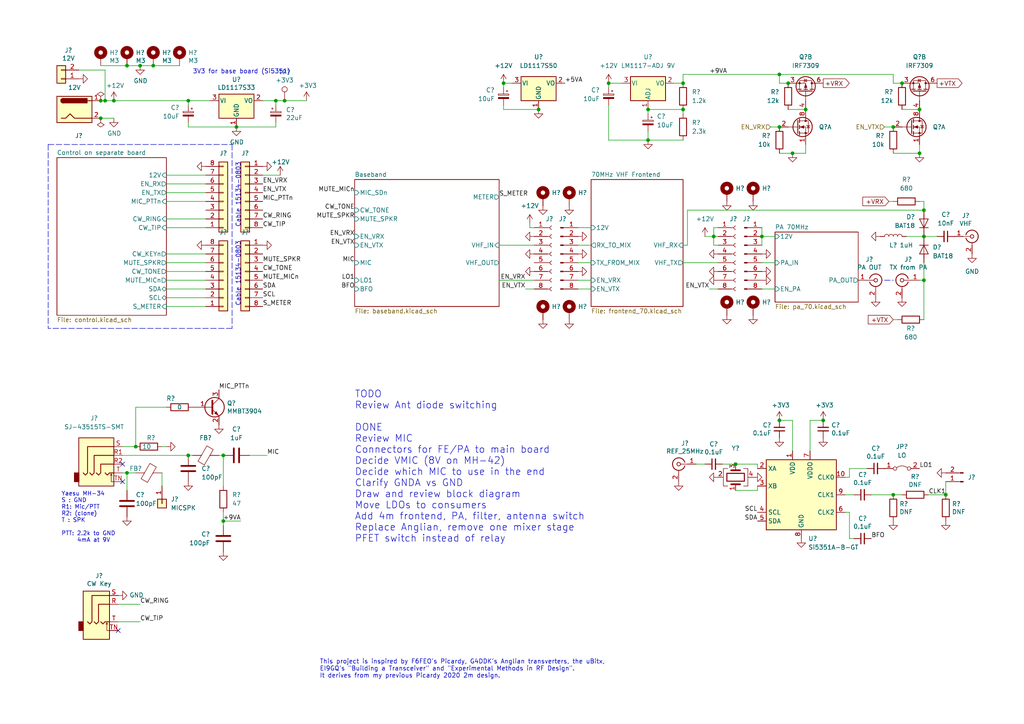
<source format=kicad_sch>
(kicad_sch (version 20211123) (generator eeschema)

  (uuid 7c83c304-769a-4be4-890e-297aba22b5b9)

  (paper "A4")

  (title_block
    (title "DART-70 TRX")
    (date "2023-01-22")
    (rev "0")
    (company "HB9EGM")
    (comment 1 "A 4m Band SSB/CW Transceiver")
  )

  

  (junction (at 29.21 29.21) (diameter 0) (color 0 0 0 0)
    (uuid 0a082e3d-5a37-45bf-9936-1925b33d6b4f)
  )
  (junction (at 228.6 24.13) (diameter 0) (color 0 0 0 0)
    (uuid 0d713598-e0d7-4b64-806d-d27b5ae84128)
  )
  (junction (at 259.08 143.51) (diameter 0) (color 0 0 0 0)
    (uuid 11ea7b85-b26d-4a7d-aaed-956352284452)
  )
  (junction (at 40.64 19.05) (diameter 0) (color 0 0 0 0)
    (uuid 130d74aa-cfde-4c45-8bfe-183aacd4590f)
  )
  (junction (at 266.7 44.45) (diameter 0) (color 0 0 0 0)
    (uuid 1379c036-b3e0-455b-b639-0f5dd015d03b)
  )
  (junction (at 198.12 24.13) (diameter 0) (color 0 0 0 0)
    (uuid 13b9a948-b29a-4475-8f42-f20ed3ed1c6a)
  )
  (junction (at 80.01 29.21) (diameter 0) (color 0 0 0 0)
    (uuid 1c29ab88-8089-4a9f-b0ec-e0493fb70d1a)
  )
  (junction (at 33.02 29.21) (diameter 0) (color 0 0 0 0)
    (uuid 1fa90692-7773-42d6-8ba8-8ed55432226b)
  )
  (junction (at 30.48 29.21) (diameter 0) (color 0 0 0 0)
    (uuid 248900dc-9b0b-4fb0-8b44-20e56324d88d)
  )
  (junction (at 29.21 34.29) (diameter 0) (color 0 0 0 0)
    (uuid 2bb5e7ab-7e6e-4e4b-8997-824caea277e9)
  )
  (junction (at 226.06 36.83) (diameter 0) (color 0 0 0 0)
    (uuid 2c691037-8de1-4537-a0ef-41ed59613839)
  )
  (junction (at 187.96 31.75) (diameter 0) (color 0 0 0 0)
    (uuid 398ec90b-61af-4d36-9539-63397d126e21)
  )
  (junction (at 226.06 121.92) (diameter 0) (color 0 0 0 0)
    (uuid 3c03082b-2981-4df2-bc33-6ce03d4158b2)
  )
  (junction (at 238.76 121.92) (diameter 0) (color 0 0 0 0)
    (uuid 4049e650-6035-45af-a547-48a992b127be)
  )
  (junction (at 198.12 31.75) (diameter 0) (color 0 0 0 0)
    (uuid 4242ccf2-3c4d-4a22-8247-2311c54121ff)
  )
  (junction (at 267.97 68.58) (diameter 0) (color 0 0 0 0)
    (uuid 43df9b13-487d-4795-8053-4ad8b2cbb873)
  )
  (junction (at 226.06 21.59) (diameter 0) (color 0 0 0 0)
    (uuid 4750ee37-26c3-426a-a03a-0a50ee4de791)
  )
  (junction (at 36.83 19.05) (diameter 0) (color 0 0 0 0)
    (uuid 48d3528f-d200-4dbf-87c6-2835721afb0e)
  )
  (junction (at 54.61 29.21) (diameter 0) (color 0 0 0 0)
    (uuid 547281cc-eb15-43de-9560-1b10e39a19ed)
  )
  (junction (at 233.68 31.75) (diameter 0) (color 0 0 0 0)
    (uuid 5591956a-807b-4208-83a4-6327422e118a)
  )
  (junction (at 39.37 129.54) (diameter 0) (color 0 0 0 0)
    (uuid 5cc7d9f6-bcf8-4ce3-a388-e95342b89483)
  )
  (junction (at 259.08 36.83) (diameter 0) (color 0 0 0 0)
    (uuid 906f16af-3f1b-4545-bda0-18ebce89ce96)
  )
  (junction (at 146.05 24.13) (diameter 0) (color 0 0 0 0)
    (uuid 91bb5e66-90e9-4aff-b233-5b8d53e4ad1c)
  )
  (junction (at 267.97 60.96) (diameter 0) (color 0 0 0 0)
    (uuid 97793736-d570-4f2c-8a66-106f7d23b4a8)
  )
  (junction (at 176.53 24.13) (diameter 0) (color 0 0 0 0)
    (uuid a01cdcc4-8ed1-4b36-8702-1b68481a60d9)
  )
  (junction (at 187.96 40.64) (diameter 0) (color 0 0 0 0)
    (uuid a13e5fb2-5800-4421-9e39-63277f01a71d)
  )
  (junction (at 82.55 29.21) (diameter 0) (color 0 0 0 0)
    (uuid a99cd17b-9938-46df-92bb-88378a42ecd6)
  )
  (junction (at 274.32 143.51) (diameter 0) (color 0 0 0 0)
    (uuid a9fed849-c0d2-45ff-802c-7da3e4c52c0a)
  )
  (junction (at 68.58 36.83) (diameter 0) (color 0 0 0 0)
    (uuid b0c265f7-c716-45d5-8397-630db4d2cf65)
  )
  (junction (at 64.77 151.13) (diameter 0) (color 0 0 0 0)
    (uuid b737254e-6fc5-401e-b41d-577a8b632512)
  )
  (junction (at 229.87 44.45) (diameter 0) (color 0 0 0 0)
    (uuid d26d0a63-c69d-4774-9fba-12ed686b99f6)
  )
  (junction (at 44.45 19.05) (diameter 0) (color 0 0 0 0)
    (uuid d4b4dbc7-e763-47b2-a6cb-b5c021db8bcc)
  )
  (junction (at 36.83 137.16) (diameter 0) (color 0 0 0 0)
    (uuid d4c3f5bf-47cb-4030-92b0-bec21d62f389)
  )
  (junction (at 261.62 24.13) (diameter 0) (color 0 0 0 0)
    (uuid d531b677-92b2-4589-8265-ffb9f0a9f471)
  )
  (junction (at 54.61 132.08) (diameter 0) (color 0 0 0 0)
    (uuid d7ecc3d2-2b6e-4e36-92b9-1b58fb257359)
  )
  (junction (at 64.77 132.08) (diameter 0) (color 0 0 0 0)
    (uuid d9abc64c-b691-4ece-b128-4f1d7b31754f)
  )
  (junction (at 267.97 81.28) (diameter 0) (color 0 0 0 0)
    (uuid e2d3e851-e172-407b-bae2-5f89da65f833)
  )
  (junction (at 220.98 68.58) (diameter 0) (color 0 0 0 0)
    (uuid e4e1f9d9-3c4f-40b9-b469-d4aa31f8fa0b)
  )
  (junction (at 266.7 31.75) (diameter 0) (color 0 0 0 0)
    (uuid eeabe6f1-2db7-4eed-bd0c-6e41b390284d)
  )
  (junction (at 156.21 31.75) (diameter 0) (color 0 0 0 0)
    (uuid f74be2ca-c140-4c85-937a-a008e4f4ddb7)
  )
  (junction (at 213.36 134.62) (diameter 0) (color 0 0 0 0)
    (uuid f8c9e2c3-818f-482b-ad48-f9fb56a455b0)
  )
  (junction (at 207.01 68.58) (diameter 0) (color 0 0 0 0)
    (uuid fe103db2-cb49-496f-a97e-9e6a1288beb5)
  )

  (no_connect (at 35.56 139.7) (uuid 891b06d0-7775-40c2-8d16-5452402b91d5))
  (no_connect (at 34.29 182.88) (uuid 9e56fb84-5b0b-47eb-9ee7-e24e7c08829b))
  (no_connect (at 35.56 134.62) (uuid b2135387-8c57-44ac-8ab3-29b54b43f871))

  (polyline (pts (xy 256.54 81.28) (xy 259.08 81.28))
    (stroke (width 0) (type default) (color 0 0 0 0))
    (uuid 0001e022-bec2-4d62-9a4d-7f842d1f79be)
  )

  (wire (pts (xy 29.21 34.29) (xy 33.02 34.29))
    (stroke (width 0) (type default) (color 0 0 0 0))
    (uuid 002154dd-fd21-426e-8f51-d82382197384)
  )
  (wire (pts (xy 64.77 132.08) (xy 64.77 140.97))
    (stroke (width 0) (type default) (color 0 0 0 0))
    (uuid 008a59ee-36fb-4f36-a8b0-5cc99b1e8598)
  )
  (wire (pts (xy 220.98 68.58) (xy 224.79 68.58))
    (stroke (width 0) (type default) (color 0 0 0 0))
    (uuid 01ac92ba-5cd1-46c2-8ba4-cce3dbf5bdfe)
  )
  (wire (pts (xy 246.38 138.43) (xy 245.11 138.43))
    (stroke (width 0) (type default) (color 0 0 0 0))
    (uuid 05f6334e-7131-4999-b788-1681af60d6df)
  )
  (wire (pts (xy 204.47 68.58) (xy 207.01 68.58))
    (stroke (width 0) (type default) (color 0 0 0 0))
    (uuid 083f0ed2-b3a6-4099-9652-454220d86a40)
  )
  (wire (pts (xy 167.64 66.04) (xy 171.45 66.04))
    (stroke (width 0) (type default) (color 0 0 0 0))
    (uuid 087385f5-4257-4376-b1f3-18d9f73513a6)
  )
  (wire (pts (xy 144.78 81.28) (xy 154.94 81.28))
    (stroke (width 0) (type default) (color 0 0 0 0))
    (uuid 093571d4-0ca5-4839-b6c5-46bae251e367)
  )
  (wire (pts (xy 146.05 30.48) (xy 146.05 31.75))
    (stroke (width 0) (type default) (color 0 0 0 0))
    (uuid 0a3a19af-7bfa-4df3-9b73-b98420c4a518)
  )
  (wire (pts (xy 36.83 19.05) (xy 40.64 19.05))
    (stroke (width 0) (type default) (color 0 0 0 0))
    (uuid 0aad0e8d-0747-412b-85ac-039bbac4ff5e)
  )
  (wire (pts (xy 266.7 41.91) (xy 266.7 44.45))
    (stroke (width 0) (type default) (color 0 0 0 0))
    (uuid 0b3a2a48-0270-494e-962a-3658a00a0875)
  )
  (wire (pts (xy 144.78 71.12) (xy 154.94 71.12))
    (stroke (width 0) (type default) (color 0 0 0 0))
    (uuid 0c548c29-4675-455c-b4eb-39554b0e0db8)
  )
  (wire (pts (xy 54.61 29.21) (xy 54.61 30.48))
    (stroke (width 0) (type default) (color 0 0 0 0))
    (uuid 11b5652b-07d3-428f-98d5-c354cf3693b1)
  )
  (wire (pts (xy 267.97 58.42) (xy 266.7 58.42))
    (stroke (width 0) (type default) (color 0 0 0 0))
    (uuid 1365db47-3e50-475d-8b7e-e1db17b616fc)
  )
  (wire (pts (xy 146.05 31.75) (xy 156.21 31.75))
    (stroke (width 0) (type default) (color 0 0 0 0))
    (uuid 160e3a4c-588b-4e79-ac75-f98bf80b7e0b)
  )
  (wire (pts (xy 81.28 50.8) (xy 76.2 50.8))
    (stroke (width 0) (type default) (color 0 0 0 0))
    (uuid 16f4aa89-10b3-4c19-aee2-b110182c6854)
  )
  (wire (pts (xy 80.01 29.21) (xy 82.55 29.21))
    (stroke (width 0) (type default) (color 0 0 0 0))
    (uuid 17ba5b19-2b5b-474e-9c14-1c7d35991587)
  )
  (wire (pts (xy 198.12 31.75) (xy 198.12 33.02))
    (stroke (width 0) (type default) (color 0 0 0 0))
    (uuid 17fc291b-23f9-4de7-9168-978b13dcd03c)
  )
  (wire (pts (xy 220.98 83.82) (xy 224.79 83.82))
    (stroke (width 0) (type default) (color 0 0 0 0))
    (uuid 19a6b424-c553-4be2-9c2f-6b5d041d6f35)
  )
  (wire (pts (xy 48.26 88.9) (xy 59.69 88.9))
    (stroke (width 0) (type default) (color 0 0 0 0))
    (uuid 1de35109-2490-47e3-8be5-ab22f13c6848)
  )
  (wire (pts (xy 48.26 50.8) (xy 59.69 50.8))
    (stroke (width 0) (type default) (color 0 0 0 0))
    (uuid 1ef50cec-8701-41c9-a796-aac175c3bcb1)
  )
  (wire (pts (xy 180.34 24.13) (xy 176.53 24.13))
    (stroke (width 0) (type default) (color 0 0 0 0))
    (uuid 2199bdfc-0462-4363-af5e-16d8e19d600a)
  )
  (wire (pts (xy 207.01 68.58) (xy 207.01 66.04))
    (stroke (width 0) (type default) (color 0 0 0 0))
    (uuid 22dcd381-de7e-4770-b1fc-5b1585b1e01c)
  )
  (wire (pts (xy 152.4 83.82) (xy 154.94 83.82))
    (stroke (width 0) (type default) (color 0 0 0 0))
    (uuid 257ea06f-4fb4-4041-9548-2259364176a6)
  )
  (wire (pts (xy 54.61 29.21) (xy 60.96 29.21))
    (stroke (width 0) (type default) (color 0 0 0 0))
    (uuid 28eca374-9b5c-4480-a1a6-52ddcbb57db2)
  )
  (wire (pts (xy 245.11 143.51) (xy 247.65 143.51))
    (stroke (width 0) (type default) (color 0 0 0 0))
    (uuid 2a86319a-5a94-4745-ad80-6b5c02f72e82)
  )
  (polyline (pts (xy 67.31 41.91) (xy 67.31 95.25))
    (stroke (width 0) (type default) (color 0 0 0 0))
    (uuid 2df6f517-3da3-4761-bd39-ad71c01eb424)
  )

  (wire (pts (xy 205.74 83.82) (xy 208.28 83.82))
    (stroke (width 0) (type default) (color 0 0 0 0))
    (uuid 2e8990ed-fee4-46e0-a5d6-572eb84d7bbe)
  )
  (wire (pts (xy 267.97 81.28) (xy 267.97 92.71))
    (stroke (width 0) (type default) (color 0 0 0 0))
    (uuid 2fc55029-8596-42f8-a5b7-345105f5a387)
  )
  (wire (pts (xy 187.96 40.64) (xy 198.12 40.64))
    (stroke (width 0) (type default) (color 0 0 0 0))
    (uuid 33f01d9a-6abc-40a9-9b6b-d34bddbf731f)
  )
  (wire (pts (xy 256.54 36.83) (xy 259.08 36.83))
    (stroke (width 0) (type default) (color 0 0 0 0))
    (uuid 345987da-5aa5-4c5e-90e1-ddf0086ed5fb)
  )
  (wire (pts (xy 153.67 64.77) (xy 153.67 66.04))
    (stroke (width 0) (type default) (color 0 0 0 0))
    (uuid 3e9b82a4-d9cb-49e4-825f-83213cf846fe)
  )
  (wire (pts (xy 262.89 68.58) (xy 267.97 68.58))
    (stroke (width 0) (type default) (color 0 0 0 0))
    (uuid 3eb66799-e8b0-416b-a9e5-17fd18188e1b)
  )
  (wire (pts (xy 48.26 53.34) (xy 59.69 53.34))
    (stroke (width 0) (type default) (color 0 0 0 0))
    (uuid 3f726201-a2b0-494c-bb67-0bed26cc560f)
  )
  (wire (pts (xy 195.58 24.13) (xy 198.12 24.13))
    (stroke (width 0) (type default) (color 0 0 0 0))
    (uuid 4435e8ff-b63e-4b32-81db-49caa0dd6c5f)
  )
  (wire (pts (xy 48.26 55.88) (xy 59.69 55.88))
    (stroke (width 0) (type default) (color 0 0 0 0))
    (uuid 475d7116-2e26-4a72-942e-766ab472ca0d)
  )
  (wire (pts (xy 198.12 21.59) (xy 198.12 24.13))
    (stroke (width 0) (type default) (color 0 0 0 0))
    (uuid 4c57c394-f97c-4a0b-80d4-0b5157781c3b)
  )
  (wire (pts (xy 199.39 60.96) (xy 267.97 60.96))
    (stroke (width 0) (type default) (color 0 0 0 0))
    (uuid 4cb05072-e4ec-4ace-9793-ec8663b33a48)
  )
  (wire (pts (xy 261.62 31.75) (xy 266.7 31.75))
    (stroke (width 0) (type default) (color 0 0 0 0))
    (uuid 4d5acc98-17ff-4e60-af52-349a1269dddf)
  )
  (wire (pts (xy 220.98 66.04) (xy 220.98 68.58))
    (stroke (width 0) (type default) (color 0 0 0 0))
    (uuid 51ff27b9-f9f9-45f2-b9f3-2b930513405d)
  )
  (wire (pts (xy 167.64 81.28) (xy 171.45 81.28))
    (stroke (width 0) (type default) (color 0 0 0 0))
    (uuid 52d9d6dd-4266-418b-bf9a-446977053e6f)
  )
  (wire (pts (xy 266.7 81.28) (xy 267.97 81.28))
    (stroke (width 0) (type default) (color 0 0 0 0))
    (uuid 566a1dfd-871f-4bc8-98fc-32631eb16c5b)
  )
  (wire (pts (xy 48.26 78.74) (xy 59.69 78.74))
    (stroke (width 0) (type default) (color 0 0 0 0))
    (uuid 56cb3f92-2c0e-42ee-84b9-de64810b5c8d)
  )
  (wire (pts (xy 29.21 19.05) (xy 36.83 19.05))
    (stroke (width 0) (type default) (color 0 0 0 0))
    (uuid 579d81c4-8fa6-40d5-b99a-d160787b45b9)
  )
  (wire (pts (xy 259.08 21.59) (xy 226.06 21.59))
    (stroke (width 0) (type default) (color 0 0 0 0))
    (uuid 5ea05504-bb96-4847-90cf-26cb1afd4244)
  )
  (wire (pts (xy 46.99 137.16) (xy 46.99 140.97))
    (stroke (width 0) (type default) (color 0 0 0 0))
    (uuid 601c5479-68c8-4d7c-bbde-860bd11a7597)
  )
  (wire (pts (xy 33.02 29.21) (xy 54.61 29.21))
    (stroke (width 0) (type default) (color 0 0 0 0))
    (uuid 6465c817-6f2e-4e62-ac9d-f9a1d93df9e1)
  )
  (wire (pts (xy 251.46 135.89) (xy 246.38 135.89))
    (stroke (width 0) (type default) (color 0 0 0 0))
    (uuid 64e90390-0f4c-4cc1-bafa-363ce23516e9)
  )
  (wire (pts (xy 246.38 156.21) (xy 246.38 148.59))
    (stroke (width 0) (type default) (color 0 0 0 0))
    (uuid 65dd0601-a23d-4c5d-b924-966fc498cbfc)
  )
  (wire (pts (xy 259.08 92.71) (xy 260.35 92.71))
    (stroke (width 0) (type default) (color 0 0 0 0))
    (uuid 65fd1318-4897-4656-baf4-cc1aa4efc50e)
  )
  (wire (pts (xy 233.68 44.45) (xy 229.87 44.45))
    (stroke (width 0) (type default) (color 0 0 0 0))
    (uuid 67fd7240-7a2e-4504-8c70-47b3112c634e)
  )
  (wire (pts (xy 246.38 148.59) (xy 245.11 148.59))
    (stroke (width 0) (type default) (color 0 0 0 0))
    (uuid 699bee8c-8bc3-4aa6-b4ed-0aa4d255078a)
  )
  (wire (pts (xy 234.95 121.92) (xy 234.95 130.81))
    (stroke (width 0) (type default) (color 0 0 0 0))
    (uuid 6b09c60c-c53b-47dd-b8b8-94f682cd2086)
  )
  (wire (pts (xy 48.26 81.28) (xy 59.69 81.28))
    (stroke (width 0) (type default) (color 0 0 0 0))
    (uuid 6c2583d2-6254-4856-a6b8-160d5f6a3f99)
  )
  (wire (pts (xy 207.01 71.12) (xy 207.01 68.58))
    (stroke (width 0) (type default) (color 0 0 0 0))
    (uuid 71e59ea6-1d95-41dd-aaff-b947e8d6629b)
  )
  (wire (pts (xy 36.83 137.16) (xy 39.37 137.16))
    (stroke (width 0) (type default) (color 0 0 0 0))
    (uuid 735e33ba-0601-4acb-983d-1656020ec14e)
  )
  (wire (pts (xy 259.08 24.13) (xy 261.62 24.13))
    (stroke (width 0) (type default) (color 0 0 0 0))
    (uuid 73697aae-1f79-401a-bdaa-9ebc2f2340de)
  )
  (wire (pts (xy 146.05 24.13) (xy 146.05 25.4))
    (stroke (width 0) (type default) (color 0 0 0 0))
    (uuid 7471700d-9a5d-406e-b9fc-bdeed49379fa)
  )
  (wire (pts (xy 30.48 29.21) (xy 33.02 29.21))
    (stroke (width 0) (type default) (color 0 0 0 0))
    (uuid 74760d5b-303c-4603-ac2e-6b5209546581)
  )
  (wire (pts (xy 167.64 76.2) (xy 171.45 76.2))
    (stroke (width 0) (type default) (color 0 0 0 0))
    (uuid 7887f659-7796-4d20-b8ec-45fe37db4d3b)
  )
  (wire (pts (xy 22.86 20.32) (xy 30.48 20.32))
    (stroke (width 0) (type default) (color 0 0 0 0))
    (uuid 79aced1b-30d4-4883-86bf-8a38d664736a)
  )
  (wire (pts (xy 252.73 143.51) (xy 259.08 143.51))
    (stroke (width 0) (type default) (color 0 0 0 0))
    (uuid 7d4200e5-e280-4699-af56-048ba84247d3)
  )
  (wire (pts (xy 55.88 132.08) (xy 54.61 132.08))
    (stroke (width 0) (type default) (color 0 0 0 0))
    (uuid 7fcd6903-4017-464e-a708-1e51b67dd39f)
  )
  (wire (pts (xy 259.08 58.42) (xy 257.81 58.42))
    (stroke (width 0) (type default) (color 0 0 0 0))
    (uuid 8025fc94-e615-4b56-8bf2-4787b89136f5)
  )
  (wire (pts (xy 198.12 76.2) (xy 208.28 76.2))
    (stroke (width 0) (type default) (color 0 0 0 0))
    (uuid 80c9eaaa-abb4-4304-825a-1964608b4c6b)
  )
  (wire (pts (xy 153.67 66.04) (xy 154.94 66.04))
    (stroke (width 0) (type default) (color 0 0 0 0))
    (uuid 814385ff-48a3-478a-9a33-47cb468f9486)
  )
  (wire (pts (xy 64.77 151.13) (xy 69.85 151.13))
    (stroke (width 0) (type default) (color 0 0 0 0))
    (uuid 816e41e9-8ef8-4e70-a70f-02175bdc97c4)
  )
  (polyline (pts (xy 13.97 41.91) (xy 13.97 95.25))
    (stroke (width 0) (type default) (color 0 0 0 0))
    (uuid 834eed63-98bc-4692-be8a-6868d5c838d4)
  )

  (wire (pts (xy 48.26 66.04) (xy 59.69 66.04))
    (stroke (width 0) (type default) (color 0 0 0 0))
    (uuid 836458d9-8a3b-4d53-aaf1-9cc6ec2305f2)
  )
  (wire (pts (xy 229.87 44.45) (xy 226.06 44.45))
    (stroke (width 0) (type default) (color 0 0 0 0))
    (uuid 86c60f4b-4421-4865-beff-ed93adca8ac2)
  )
  (wire (pts (xy 48.26 86.36) (xy 59.69 86.36))
    (stroke (width 0) (type default) (color 0 0 0 0))
    (uuid 8c8438c2-dfb5-4131-857c-1ad8997220ea)
  )
  (wire (pts (xy 247.65 156.21) (xy 246.38 156.21))
    (stroke (width 0) (type default) (color 0 0 0 0))
    (uuid 8e0abe23-8e7e-48a9-af11-f26197bd8fbf)
  )
  (wire (pts (xy 176.53 30.48) (xy 176.53 40.64))
    (stroke (width 0) (type default) (color 0 0 0 0))
    (uuid 8f5c2a3a-b2da-434e-8810-9da52a5e413a)
  )
  (wire (pts (xy 64.77 148.59) (xy 64.77 151.13))
    (stroke (width 0) (type default) (color 0 0 0 0))
    (uuid 91c438b1-678d-4a85-be0e-771bfbc58931)
  )
  (wire (pts (xy 228.6 31.75) (xy 233.68 31.75))
    (stroke (width 0) (type default) (color 0 0 0 0))
    (uuid 92dfb53a-5556-47b1-8088-214aebbc803d)
  )
  (wire (pts (xy 207.01 66.04) (xy 208.28 66.04))
    (stroke (width 0) (type default) (color 0 0 0 0))
    (uuid 9991203b-a07d-48db-9b05-ed716414c92f)
  )
  (wire (pts (xy 54.61 35.56) (xy 54.61 36.83))
    (stroke (width 0) (type default) (color 0 0 0 0))
    (uuid 99f8394d-1325-4f0e-9ed0-19dceab6e1f9)
  )
  (wire (pts (xy 238.76 121.92) (xy 234.95 121.92))
    (stroke (width 0) (type default) (color 0 0 0 0))
    (uuid 9d3a7a2b-8bae-4d82-8634-16a99f57e389)
  )
  (wire (pts (xy 223.52 36.83) (xy 226.06 36.83))
    (stroke (width 0) (type default) (color 0 0 0 0))
    (uuid a057c374-c462-4764-bd16-2c00eef92afa)
  )
  (wire (pts (xy 34.29 175.26) (xy 40.64 175.26))
    (stroke (width 0) (type default) (color 0 0 0 0))
    (uuid a1abde39-78d5-402d-bb1c-75243c61d29b)
  )
  (wire (pts (xy 48.26 58.42) (xy 59.69 58.42))
    (stroke (width 0) (type default) (color 0 0 0 0))
    (uuid a2c10dec-c0b0-471a-b75e-c1a8452900c1)
  )
  (wire (pts (xy 220.98 68.58) (xy 220.98 71.12))
    (stroke (width 0) (type default) (color 0 0 0 0))
    (uuid a40b6a6f-dc57-45f8-9beb-e6dbac2dd670)
  )
  (wire (pts (xy 63.5 132.08) (xy 64.77 132.08))
    (stroke (width 0) (type default) (color 0 0 0 0))
    (uuid a5f4f26e-4b82-496f-b7bb-4ed4211f8100)
  )
  (wire (pts (xy 54.61 36.83) (xy 68.58 36.83))
    (stroke (width 0) (type default) (color 0 0 0 0))
    (uuid a69bb6f5-978b-49bb-9446-4ec9cfe4501e)
  )
  (wire (pts (xy 259.08 21.59) (xy 259.08 24.13))
    (stroke (width 0) (type default) (color 0 0 0 0))
    (uuid a7349b87-3477-4ba5-bc62-3587f94ab817)
  )
  (wire (pts (xy 267.97 58.42) (xy 267.97 60.96))
    (stroke (width 0) (type default) (color 0 0 0 0))
    (uuid a8465ca8-68f9-4eee-904b-5bbfa483a6ff)
  )
  (wire (pts (xy 36.83 142.24) (xy 36.83 137.16))
    (stroke (width 0) (type default) (color 0 0 0 0))
    (uuid a8d341ec-3332-4d82-8a1f-e52e32f564f1)
  )
  (wire (pts (xy 88.9 29.21) (xy 82.55 29.21))
    (stroke (width 0) (type default) (color 0 0 0 0))
    (uuid a93dd5f3-ded3-42da-9f3d-78740a5a5bff)
  )
  (wire (pts (xy 48.26 83.82) (xy 59.69 83.82))
    (stroke (width 0) (type default) (color 0 0 0 0))
    (uuid ac0ae1b6-d482-4675-aec8-4c2f8c7318db)
  )
  (wire (pts (xy 226.06 21.59) (xy 198.12 21.59))
    (stroke (width 0) (type default) (color 0 0 0 0))
    (uuid ad76707e-1f2e-4941-86a0-50951acd24bc)
  )
  (wire (pts (xy 176.53 40.64) (xy 187.96 40.64))
    (stroke (width 0) (type default) (color 0 0 0 0))
    (uuid aed0a299-8aa6-4a50-b993-c38efe5fdd7a)
  )
  (wire (pts (xy 176.53 24.13) (xy 176.53 25.4))
    (stroke (width 0) (type default) (color 0 0 0 0))
    (uuid b1ea2466-2371-4b96-9289-6c42e0f0b899)
  )
  (wire (pts (xy 208.28 68.58) (xy 207.01 68.58))
    (stroke (width 0) (type default) (color 0 0 0 0))
    (uuid b2567046-fd9d-4b4e-9692-c6e5bb919428)
  )
  (polyline (pts (xy 13.97 41.91) (xy 67.31 41.91))
    (stroke (width 0) (type default) (color 0 0 0 0))
    (uuid b3f67849-c79e-4262-b803-d461d1887604)
  )
  (polyline (pts (xy 67.31 95.25) (xy 13.97 95.25))
    (stroke (width 0) (type default) (color 0 0 0 0))
    (uuid b415a656-e3e5-4629-aa6c-6a23a847c576)
  )

  (wire (pts (xy 266.7 44.45) (xy 259.08 44.45))
    (stroke (width 0) (type default) (color 0 0 0 0))
    (uuid b5cbe891-dcdf-4951-8f0a-b2c28e4293cd)
  )
  (wire (pts (xy 199.39 60.96) (xy 199.39 71.12))
    (stroke (width 0) (type default) (color 0 0 0 0))
    (uuid b7171b4c-eca6-40ec-b421-389a14cba197)
  )
  (wire (pts (xy 48.26 63.5) (xy 59.69 63.5))
    (stroke (width 0) (type default) (color 0 0 0 0))
    (uuid bb13b6c6-7b88-4971-969d-518c0a6e43cc)
  )
  (wire (pts (xy 226.06 24.13) (xy 228.6 24.13))
    (stroke (width 0) (type default) (color 0 0 0 0))
    (uuid bb78f99c-6783-4afe-a661-68817d4180ab)
  )
  (wire (pts (xy 246.38 135.89) (xy 246.38 138.43))
    (stroke (width 0) (type default) (color 0 0 0 0))
    (uuid bcb20d96-4c0e-4c98-a263-0cdd41ab15e5)
  )
  (wire (pts (xy 187.96 38.1) (xy 187.96 40.64))
    (stroke (width 0) (type default) (color 0 0 0 0))
    (uuid bda7a16e-b931-4d51-b769-ff5809beef5f)
  )
  (wire (pts (xy 199.39 71.12) (xy 198.12 71.12))
    (stroke (width 0) (type default) (color 0 0 0 0))
    (uuid be34fe28-91db-4153-a910-bbfafd34e127)
  )
  (wire (pts (xy 35.56 129.54) (xy 39.37 129.54))
    (stroke (width 0) (type default) (color 0 0 0 0))
    (uuid bf7e6467-20df-4f97-b158-e22e9c63a13b)
  )
  (wire (pts (xy 229.87 121.92) (xy 229.87 130.81))
    (stroke (width 0) (type default) (color 0 0 0 0))
    (uuid c24d03f2-5bff-4d74-88e5-481cd2f1e035)
  )
  (wire (pts (xy 36.83 137.16) (xy 35.56 137.16))
    (stroke (width 0) (type default) (color 0 0 0 0))
    (uuid c2bffc4c-3205-4eb4-b359-339ae5964aa6)
  )
  (wire (pts (xy 35.56 132.08) (xy 54.61 132.08))
    (stroke (width 0) (type default) (color 0 0 0 0))
    (uuid c36a02cf-e3ab-41a0-a53f-62781e2f4d5a)
  )
  (wire (pts (xy 274.32 143.51) (xy 274.32 139.7))
    (stroke (width 0) (type default) (color 0 0 0 0))
    (uuid c48e879f-0b64-4f86-a8cf-003dbff29c4e)
  )
  (wire (pts (xy 261.62 143.51) (xy 259.08 143.51))
    (stroke (width 0) (type default) (color 0 0 0 0))
    (uuid cbbfb5e5-7e85-4367-b6a7-9b21fc6d9e17)
  )
  (wire (pts (xy 213.36 142.24) (xy 219.71 142.24))
    (stroke (width 0) (type default) (color 0 0 0 0))
    (uuid cc89f37d-2221-4ee8-a763-21432c733f93)
  )
  (wire (pts (xy 76.2 29.21) (xy 80.01 29.21))
    (stroke (width 0) (type default) (color 0 0 0 0))
    (uuid cdc3b2bb-9f60-476c-ac94-bf550b6e7b5e)
  )
  (wire (pts (xy 233.68 41.91) (xy 233.68 44.45))
    (stroke (width 0) (type default) (color 0 0 0 0))
    (uuid cdf8245b-2e03-441d-8536-8e14a3d0d2ff)
  )
  (wire (pts (xy 226.06 121.92) (xy 229.87 121.92))
    (stroke (width 0) (type default) (color 0 0 0 0))
    (uuid ceb52c7a-a12c-449a-be98-109b3a3bd409)
  )
  (wire (pts (xy 29.21 29.21) (xy 30.48 29.21))
    (stroke (width 0) (type default) (color 0 0 0 0))
    (uuid d18620ef-44b4-47e8-b939-bb0398e91c85)
  )
  (wire (pts (xy 48.26 118.11) (xy 39.37 118.11))
    (stroke (width 0) (type default) (color 0 0 0 0))
    (uuid d1ce4cd2-0109-47a9-93f8-38c475604c2d)
  )
  (wire (pts (xy 72.39 132.08) (xy 77.47 132.08))
    (stroke (width 0) (type default) (color 0 0 0 0))
    (uuid d3155823-164e-414b-a9b1-daa66df8bb6f)
  )
  (wire (pts (xy 208.28 71.12) (xy 207.01 71.12))
    (stroke (width 0) (type default) (color 0 0 0 0))
    (uuid d4867c18-2716-4853-ab72-4df6a9980642)
  )
  (wire (pts (xy 219.71 134.62) (xy 219.71 135.89))
    (stroke (width 0) (type default) (color 0 0 0 0))
    (uuid d51dda35-7a1a-4d41-817a-7bb1f7f6ffd4)
  )
  (wire (pts (xy 40.64 19.05) (xy 44.45 19.05))
    (stroke (width 0) (type default) (color 0 0 0 0))
    (uuid d5d26400-826e-40a5-a7b1-6a9ebbaedfb4)
  )
  (wire (pts (xy 271.78 68.58) (xy 267.97 68.58))
    (stroke (width 0) (type default) (color 0 0 0 0))
    (uuid d62cfc4c-5e25-471a-be1e-d5cbaecce182)
  )
  (wire (pts (xy 48.26 76.2) (xy 59.69 76.2))
    (stroke (width 0) (type default) (color 0 0 0 0))
    (uuid d7523127-343f-4298-b5c8-80c9ba468cc7)
  )
  (wire (pts (xy 48.26 73.66) (xy 59.69 73.66))
    (stroke (width 0) (type default) (color 0 0 0 0))
    (uuid dc5747ab-76be-4b9c-9c8e-2d26c29683ce)
  )
  (wire (pts (xy 146.05 24.13) (xy 148.59 24.13))
    (stroke (width 0) (type default) (color 0 0 0 0))
    (uuid dd927172-6a9a-406f-a951-4e7f78cebb7b)
  )
  (wire (pts (xy 44.45 19.05) (xy 52.07 19.05))
    (stroke (width 0) (type default) (color 0 0 0 0))
    (uuid dfd58d9e-0c03-4a20-9983-0d32c26093d8)
  )
  (wire (pts (xy 68.58 36.83) (xy 80.01 36.83))
    (stroke (width 0) (type default) (color 0 0 0 0))
    (uuid e264f0d9-6386-4838-a810-81df8032f681)
  )
  (wire (pts (xy 30.48 20.32) (xy 30.48 29.21))
    (stroke (width 0) (type default) (color 0 0 0 0))
    (uuid e49f1b40-a83b-4b72-93d7-dd44349357c4)
  )
  (wire (pts (xy 34.29 180.34) (xy 40.64 180.34))
    (stroke (width 0) (type default) (color 0 0 0 0))
    (uuid e7ac32f0-5e71-4c65-ac6f-730f4731f5f7)
  )
  (wire (pts (xy 274.32 143.51) (xy 269.24 143.51))
    (stroke (width 0) (type default) (color 0 0 0 0))
    (uuid ea6f4611-7eac-4b21-b232-fff65a738b95)
  )
  (wire (pts (xy 209.55 134.62) (xy 213.36 134.62))
    (stroke (width 0) (type default) (color 0 0 0 0))
    (uuid ea97e745-2bac-4983-a78b-499e0f8d7b6d)
  )
  (wire (pts (xy 187.96 31.75) (xy 198.12 31.75))
    (stroke (width 0) (type default) (color 0 0 0 0))
    (uuid eb9b3733-e4ec-4731-87f1-5f6fd8f11a68)
  )
  (wire (pts (xy 46.99 129.54) (xy 48.26 129.54))
    (stroke (width 0) (type default) (color 0 0 0 0))
    (uuid ec3f3094-faf1-4e21-bd96-d842704479de)
  )
  (wire (pts (xy 220.98 76.2) (xy 224.79 76.2))
    (stroke (width 0) (type default) (color 0 0 0 0))
    (uuid ec9ab5ce-9c00-44e5-a77e-bb465908cae4)
  )
  (wire (pts (xy 167.64 71.12) (xy 171.45 71.12))
    (stroke (width 0) (type default) (color 0 0 0 0))
    (uuid ecfe8984-0282-4208-8f3d-aa8b3adb9dd8)
  )
  (wire (pts (xy 39.37 118.11) (xy 39.37 129.54))
    (stroke (width 0) (type default) (color 0 0 0 0))
    (uuid f142e195-1e8c-4d80-b290-cc6d513aa04c)
  )
  (wire (pts (xy 204.47 134.62) (xy 201.93 134.62))
    (stroke (width 0) (type default) (color 0 0 0 0))
    (uuid f38fd353-54b3-403a-9387-7ff36888e6a9)
  )
  (wire (pts (xy 213.36 134.62) (xy 219.71 134.62))
    (stroke (width 0) (type default) (color 0 0 0 0))
    (uuid f7008c47-327e-4961-9c20-bbaf09b0d636)
  )
  (wire (pts (xy 219.71 142.24) (xy 219.71 140.97))
    (stroke (width 0) (type default) (color 0 0 0 0))
    (uuid f841e691-04bf-4057-bcb4-476ba3910c05)
  )
  (wire (pts (xy 167.64 83.82) (xy 171.45 83.82))
    (stroke (width 0) (type default) (color 0 0 0 0))
    (uuid f9b69a05-45f9-4bdb-aa7e-f2da8c731fea)
  )
  (wire (pts (xy 267.97 76.2) (xy 267.97 81.28))
    (stroke (width 0) (type default) (color 0 0 0 0))
    (uuid fa186e4d-5679-4648-97be-d46dd5fe54d1)
  )
  (wire (pts (xy 80.01 35.56) (xy 80.01 36.83))
    (stroke (width 0) (type default) (color 0 0 0 0))
    (uuid fc244ca3-4412-44ac-b1f3-44d00d15b5ac)
  )
  (wire (pts (xy 187.96 31.75) (xy 187.96 33.02))
    (stroke (width 0) (type default) (color 0 0 0 0))
    (uuid fc4a7459-1bb4-4226-8823-ec552cb8417e)
  )
  (wire (pts (xy 64.77 151.13) (xy 64.77 152.4))
    (stroke (width 0) (type default) (color 0 0 0 0))
    (uuid fc8f874d-5a84-429e-8ecd-26a90c78fa0d)
  )
  (wire (pts (xy 226.06 21.59) (xy 226.06 24.13))
    (stroke (width 0) (type default) (color 0 0 0 0))
    (uuid fe8a3f3f-3126-421d-b59c-37217ed6f49c)
  )
  (wire (pts (xy 80.01 29.21) (xy 80.01 30.48))
    (stroke (width 0) (type default) (color 0 0 0 0))
    (uuid ffb99ea8-48c3-486c-94d4-7034e45d57f7)
  )

  (text "Cable 15134-0803" (at 69.85 88.9 90)
    (effects (font (size 1.27 1.27)) (justify left bottom))
    (uuid 0929caf6-d906-41f2-ac17-e9ad4d47086b)
  )
  (text "Yaesu MH-34\nS : GND\nR1: Mic/PTT\nR2: (clone)\nT : SPK\n\nPTT: 2.2k to GND\n     4mA at 9V"
    (at 17.78 157.48 0)
    (effects (font (size 1.1938 1.1938)) (justify left bottom))
    (uuid aa6d67fe-cd8b-468d-8447-611ba063ffe2)
  )
  (text "TODO\nReview Ant diode switching\n\nDONE\nReview MIC\nConnectors for FE/PA to main board\nDecide VMIC (8V on MH-42)\nDecide which MIC to use in the end\nClarify GNDA vs GND\nDraw and review block diagram\nMove LDOs to consumers\nAdd 4m frontend, PA, filter, antenna switch\nReplace Anglian, remove one mixer stage\nPFET switch instead of relay\n"
    (at 102.87 157.48 0)
    (effects (font (size 2 2)) (justify left bottom))
    (uuid bb2e7fd8-c90d-4499-afb3-dd966ff449a9)
  )
  (text "This project is inspired by F6FEO's Picardy, G4DDK's Anglian transverters, the uBitx,\nEI9GQ's \"Building a Transceiver\" and \"Experimental Methods in RF Design\".\nIt derives from my previous Picardy 2020 2m design."
    (at 92.71 196.85 0)
    (effects (font (size 1.27 1.27)) (justify left bottom))
    (uuid cc99dfff-7e1c-41c9-90b0-50846ceea0a1)
  )
  (text "3V3 for base board (Si5351)" (at 55.88 21.59 0)
    (effects (font (size 1.27 1.27)) (justify left bottom))
    (uuid f4edd5b2-72b4-45e8-b62f-fa9fad300bad)
  )
  (text "Cable 15134-0803" (at 69.85 66.04 90)
    (effects (font (size 1.27 1.27)) (justify left bottom))
    (uuid f8c7090b-f4e5-4157-b560-7282b4d81d8e)
  )

  (label "+9VA" (at 205.74 21.59 0)
    (effects (font (size 1.27 1.27)) (justify left bottom))
    (uuid 00bb6864-ec12-4888-8ef6-77b5d0147170)
  )
  (label "MUTE_SPKR" (at 102.87 63.5 180)
    (effects (font (size 1.27 1.27)) (justify right bottom))
    (uuid 10ecb4f6-1aa0-4bb6-9292-a41f98c2c4be)
  )
  (label "MUTE_SPKR" (at 76.2 76.2 0)
    (effects (font (size 1.27 1.27)) (justify left bottom))
    (uuid 25d8a29b-1d62-4e5e-838b-90cab71379a3)
  )
  (label "EN_VTX" (at 152.4 83.82 180)
    (effects (font (size 1.27 1.27)) (justify right bottom))
    (uuid 2a1445c0-3ee8-4e0d-b2b5-fefc03020288)
  )
  (label "CLK1" (at 274.32 143.51 180)
    (effects (font (size 1.27 1.27)) (justify right bottom))
    (uuid 37559495-9dfc-4a54-80ee-fad84f20dc2a)
  )
  (label "SCL" (at 76.2 86.36 0)
    (effects (font (size 1.27 1.27)) (justify left bottom))
    (uuid 38bd102f-633a-4953-97ad-13bc577149af)
  )
  (label "SDA" (at 219.71 151.13 180)
    (effects (font (size 1.27 1.27)) (justify right bottom))
    (uuid 3e13cb83-601f-443a-a951-e96035da31e7)
  )
  (label "S_METER" (at 144.78 57.15 0)
    (effects (font (size 1.27 1.27)) (justify left bottom))
    (uuid 42fe334b-1232-42a3-a03d-f75ff3395eed)
  )
  (label "CW_TONE" (at 76.2 78.74 0)
    (effects (font (size 1.27 1.27)) (justify left bottom))
    (uuid 4f38806e-27a2-4e9b-a534-669dcc89990b)
  )
  (label "EN_VRX" (at 76.2 53.34 0)
    (effects (font (size 1.27 1.27)) (justify left bottom))
    (uuid 618621f8-a3f4-49c8-9ea3-607c2df3756e)
  )
  (label "EN_VTX" (at 205.74 83.82 180)
    (effects (font (size 1.27 1.27)) (justify right bottom))
    (uuid 695fa56a-671a-410f-94f3-9b23856076c0)
  )
  (label "EN_VTX" (at 102.87 71.12 180)
    (effects (font (size 1.27 1.27)) (justify right bottom))
    (uuid 707270bd-0eb2-4e1d-8637-f82b10fa67aa)
  )
  (label "+5VA" (at 163.83 24.13 0)
    (effects (font (size 1.27 1.27)) (justify left bottom))
    (uuid 7146a789-5824-47bd-a0cc-f2b46bf21cde)
  )
  (label "CW_RING" (at 40.64 175.26 0)
    (effects (font (size 1.27 1.27)) (justify left bottom))
    (uuid 7906f11d-49c0-4b99-b74d-443c82e1ec6a)
  )
  (label "EN_VTX" (at 76.2 55.88 0)
    (effects (font (size 1.27 1.27)) (justify left bottom))
    (uuid 79771a5b-bbc0-45e2-b3e2-33121a4ba792)
  )
  (label "EN_VRX" (at 152.4 81.28 180)
    (effects (font (size 1.27 1.27)) (justify right bottom))
    (uuid 7d379f5c-8657-4fef-9f9e-0c96e27cc75e)
  )
  (label "CW_RING" (at 76.2 63.5 0)
    (effects (font (size 1.27 1.27)) (justify left bottom))
    (uuid 85e987f3-11f0-4e85-9be0-8c79e37e02ec)
  )
  (label "SDA" (at 76.2 83.82 0)
    (effects (font (size 1.27 1.27)) (justify left bottom))
    (uuid 861fa728-ad72-4a0e-81c5-e00ac8e2afd5)
  )
  (label "+9VA" (at 69.85 151.13 180)
    (effects (font (size 1.27 1.27)) (justify right bottom))
    (uuid 8be2fbc4-a959-4089-a7c9-5b049c338381)
  )
  (label "MIC_PTTn" (at 63.5 113.03 0)
    (effects (font (size 1.27 1.27)) (justify left bottom))
    (uuid 999a6700-22eb-4836-86fc-2c4c3f94e081)
  )
  (label "MIC_PTTn" (at 76.2 58.42 0)
    (effects (font (size 1.27 1.27)) (justify left bottom))
    (uuid 9a533855-32f3-454c-b9eb-791fa757c655)
  )
  (label "CW_TIP" (at 76.2 66.04 0)
    (effects (font (size 1.27 1.27)) (justify left bottom))
    (uuid 9d366296-47c6-47a8-b170-ad51354d17b9)
  )
  (label "MIC" (at 77.47 132.08 0)
    (effects (font (size 1.27 1.27)) (justify left bottom))
    (uuid a60b880d-79d5-4af9-b917-73bba79e19a9)
  )
  (label "EN_VRX" (at 102.87 68.58 180)
    (effects (font (size 1.27 1.27)) (justify right bottom))
    (uuid aa00f259-e907-4fdf-a2ba-c826172145af)
  )
  (label "S_METER" (at 76.2 88.9 0)
    (effects (font (size 1.27 1.27)) (justify left bottom))
    (uuid ae9e6037-71e8-40b8-9d18-52132b11e130)
  )
  (label "LO1" (at 266.7 135.89 0)
    (effects (font (size 1.27 1.27)) (justify left bottom))
    (uuid b1685444-7ed2-49f0-840b-5ade5d456940)
  )
  (label "MUTE_MICn" (at 76.2 81.28 0)
    (effects (font (size 1.27 1.27)) (justify left bottom))
    (uuid cb0bacd7-3cb4-4f05-90bb-6eac18befcbf)
  )
  (label "LO1" (at 102.87 81.28 180)
    (effects (font (size 1.27 1.27)) (justify right bottom))
    (uuid cdac41f7-a7f2-4a3f-ba4b-bfc7d7f66152)
  )
  (label "MUTE_MICn" (at 102.87 55.88 180)
    (effects (font (size 1.27 1.27)) (justify right bottom))
    (uuid d60ed7ae-73a7-46d9-a3fc-e90304bfaa02)
  )
  (label "CW_TONE" (at 102.87 60.96 180)
    (effects (font (size 1.27 1.27)) (justify right bottom))
    (uuid ddfb4559-3102-4888-92ae-59fb5a8f9883)
  )
  (label "BFO" (at 252.73 156.21 0)
    (effects (font (size 1.27 1.27)) (justify left bottom))
    (uuid e316d376-2303-43ce-9137-3f0af976260d)
  )
  (label "SCL" (at 219.71 148.59 180)
    (effects (font (size 1.27 1.27)) (justify right bottom))
    (uuid ee4f4482-0e91-4fc6-9eab-f13196efb328)
  )
  (label "CW_TIP" (at 40.64 180.34 0)
    (effects (font (size 1.27 1.27)) (justify left bottom))
    (uuid f1ca34a5-a3cd-4c57-9860-d136a96d83f6)
  )
  (label "BFO" (at 102.87 83.82 180)
    (effects (font (size 1.27 1.27)) (justify right bottom))
    (uuid f9d8824d-4312-4052-b7a4-29b601206a19)
  )
  (label "MIC" (at 102.87 76.2 180)
    (effects (font (size 1.27 1.27)) (justify right bottom))
    (uuid fc7dd153-2384-4fed-a38e-c546af070edf)
  )

  (global_label "+VRX" (shape input) (at 257.81 58.42 180) (fields_autoplaced)
    (effects (font (size 1.27 1.27)) (justify right))
    (uuid 239fb701-4f22-422c-b794-639e7cdebbc8)
    (property "Intersheet References" "${INTERSHEET_REFS}" (id 0) (at 250.2564 58.4994 0)
      (effects (font (size 1.27 1.27)) (justify right) hide)
    )
  )
  (global_label "+VTX" (shape output) (at 271.78 24.13 0) (fields_autoplaced)
    (effects (font (size 1.27 1.27)) (justify left))
    (uuid 5715d411-82bf-4ac6-9f8b-b918cd54b27e)
    (property "Intersheet References" "${INTERSHEET_REFS}" (id 0) (at 279.0312 24.0506 0)
      (effects (font (size 1.27 1.27)) (justify left) hide)
    )
  )
  (global_label "+VTX" (shape input) (at 259.08 92.71 180) (fields_autoplaced)
    (effects (font (size 1.27 1.27)) (justify right))
    (uuid 8a3322e7-41b1-4e7c-9f46-15730c012cf4)
    (property "Intersheet References" "${INTERSHEET_REFS}" (id 0) (at 251.8288 92.6306 0)
      (effects (font (size 1.27 1.27)) (justify right) hide)
    )
  )
  (global_label "+VRX" (shape output) (at 238.76 24.13 0) (fields_autoplaced)
    (effects (font (size 1.27 1.27)) (justify left))
    (uuid 8e3e968b-49f3-4efb-92bd-f40737515307)
    (property "Intersheet References" "${INTERSHEET_REFS}" (id 0) (at 246.3136 24.0506 0)
      (effects (font (size 1.27 1.27)) (justify left) hide)
    )
  )

  (hierarchical_label "EN_VRX" (shape input) (at 223.52 36.83 180)
    (effects (font (size 1.27 1.27)) (justify right))
    (uuid 7df73d1c-bea1-40bc-bd85-23a0ec4a5e64)
  )
  (hierarchical_label "EN_VTX" (shape input) (at 256.54 36.83 180)
    (effects (font (size 1.27 1.27)) (justify right))
    (uuid ebcb7436-0315-46b9-b837-f901891153ea)
  )

  (symbol (lib_id "Connector:Conn_01x08_Female") (at 213.36 73.66 0) (unit 1)
    (in_bom yes) (on_board yes) (fields_autoplaced)
    (uuid 00018c5e-dc16-4e6c-9b1e-45710afc5920)
    (property "Reference" "J?" (id 0) (at 212.725 63.5 0))
    (property "Value" "FE to PA" (id 1) (at 217.17 53.34 90)
      (effects (font (size 1.27 1.27)) hide)
    )
    (property "Footprint" "Connector_PinHeader_2.54mm:PinHeader_1x08_P2.54mm_Vertical" (id 2) (at 213.36 73.66 0)
      (effects (font (size 1.27 1.27)) hide)
    )
    (property "Datasheet" "~" (id 3) (at 213.36 73.66 0)
      (effects (font (size 1.27 1.27)) hide)
    )
    (pin "1" (uuid 0f85aa37-0fa9-4aff-94fb-61f376aeecf9))
    (pin "2" (uuid 7cf79028-823c-45fe-bc33-fe8d80cff115))
    (pin "3" (uuid 1349cb84-618a-424e-8e31-4615ef799e4d))
    (pin "4" (uuid 34a5d4c1-e4c0-456e-8b14-cfc311b51058))
    (pin "5" (uuid 5b8426d4-20fe-4ee6-9818-2cc7788edeac))
    (pin "6" (uuid 11043473-7044-4dfe-8d0c-c4495d0f1e7a))
    (pin "7" (uuid 648fd39e-0c37-4a2f-8a83-5e3306555dd8))
    (pin "8" (uuid f8d9edea-1d40-4b76-9e91-8d6907078043))
  )

  (symbol (lib_name "GND_27") (lib_id "power:GND") (at 232.41 156.21 0) (unit 1)
    (in_bom yes) (on_board yes) (fields_autoplaced)
    (uuid 0061bfb4-595e-4a80-898a-aee5ad06fb23)
    (property "Reference" "#PWR?" (id 0) (at 232.41 162.56 0)
      (effects (font (size 1.27 1.27)) hide)
    )
    (property "Value" "GND" (id 1) (at 232.4099 160.02 90)
      (effects (font (size 1.27 1.27)) (justify right) hide)
    )
    (property "Footprint" "" (id 2) (at 232.41 156.21 0)
      (effects (font (size 1.27 1.27)) hide)
    )
    (property "Datasheet" "" (id 3) (at 232.41 156.21 0)
      (effects (font (size 1.27 1.27)) hide)
    )
    (pin "1" (uuid e68652d2-f355-48cb-9617-e4581e89486c))
  )

  (symbol (lib_id "power:+3.3V") (at 238.76 121.92 0) (unit 1)
    (in_bom yes) (on_board yes)
    (uuid 0a66f684-42c8-4454-8b00-30b8c4ea5d56)
    (property "Reference" "#PWR?" (id 0) (at 238.76 125.73 0)
      (effects (font (size 1.27 1.27)) hide)
    )
    (property "Value" "+3.3V" (id 1) (at 239.141 117.5258 0))
    (property "Footprint" "" (id 2) (at 238.76 121.92 0)
      (effects (font (size 1.27 1.27)) hide)
    )
    (property "Datasheet" "" (id 3) (at 238.76 121.92 0)
      (effects (font (size 1.27 1.27)) hide)
    )
    (pin "1" (uuid 2b1c22a2-3bee-4d20-b723-68da98a1fc64))
  )

  (symbol (lib_name "GND_7") (lib_id "power:GND") (at 220.98 78.74 90) (unit 1)
    (in_bom yes) (on_board yes) (fields_autoplaced)
    (uuid 0af11584-e9d3-41a2-9256-50f9c4dc1d4f)
    (property "Reference" "#PWR?" (id 0) (at 227.33 78.74 0)
      (effects (font (size 1.27 1.27)) hide)
    )
    (property "Value" "GND" (id 1) (at 224.79 78.7401 90)
      (effects (font (size 1.27 1.27)) (justify right) hide)
    )
    (property "Footprint" "" (id 2) (at 220.98 78.74 0)
      (effects (font (size 1.27 1.27)) hide)
    )
    (property "Datasheet" "" (id 3) (at 220.98 78.74 0)
      (effects (font (size 1.27 1.27)) hide)
    )
    (pin "1" (uuid bd69bc6c-72f7-42cf-bbbc-74fa882770ef))
  )

  (symbol (lib_id "mpb:BAT18") (at 267.97 72.39 270) (unit 1)
    (in_bom yes) (on_board yes) (fields_autoplaced)
    (uuid 0b14ffde-378e-478d-8691-440e08a63312)
    (property "Reference" "D?" (id 0) (at 270.51 71.7041 90)
      (effects (font (size 1.27 1.27)) (justify left))
    )
    (property "Value" "BAT18" (id 1) (at 270.51 74.2441 90)
      (effects (font (size 1.27 1.27)) (justify left))
    )
    (property "Footprint" "Package_TO_SOT_SMD:SOT-23_Handsoldering" (id 2) (at 269.24 72.39 0)
      (effects (font (size 1.27 1.27)) hide)
    )
    (property "Datasheet" "~" (id 3) (at 267.97 72.39 0)
      (effects (font (size 1.27 1.27)) hide)
    )
    (property "Need_order" "" (id 4) (at 267.97 72.39 0)
      (effects (font (size 1.27 1.27)) hide)
    )
    (pin "1" (uuid 522fcbb3-7cc0-46ec-b70e-ca5459a5fb31))
    (pin "3" (uuid d3584ac8-7730-44a0-9f8f-43609a9f9f83))
  )

  (symbol (lib_id "mpb:CUI-SJ-43515TS-SMT") (at 27.94 132.08 0) (unit 1)
    (in_bom yes) (on_board yes) (fields_autoplaced)
    (uuid 0c3d418e-6b9b-41d2-bfe3-e0fafdcc08df)
    (property "Reference" "J?" (id 0) (at 27.305 121.285 0))
    (property "Value" "SJ-43515TS-SMT" (id 1) (at 27.305 123.825 0))
    (property "Footprint" "mpb:Jack_3.5mm_CUI_SJ-43515TS-SMT" (id 2) (at 22.86 146.05 0)
      (effects (font (size 1.27 1.27)) hide)
    )
    (property "Datasheet" "https://www.mouser.ch/datasheet/2/670/sj_4351x_smt-1779337.pdf" (id 3) (at 25.4 133.35 0)
      (effects (font (size 1.27 1.27)) hide)
    )
    (property "MPN" "SJ-43515TS-SMT-TR" (id 4) (at 27.94 132.08 0)
      (effects (font (size 1.27 1.27)) hide)
    )
    (pin "NC" (uuid 4a9ae459-917a-4e56-8550-a6e085fcb402))
    (pin "R1" (uuid b6b1f4a9-609f-40fb-86cb-75e53e708f1a))
    (pin "R2" (uuid ad04f755-0677-4e2e-877a-d2e2f3c1d776))
    (pin "S" (uuid d94a0a1d-24de-4760-a884-ab454c08e996))
    (pin "T" (uuid 706df1e6-f9b5-442a-9372-f462c30194f1))
    (pin "TN" (uuid 01525385-14b1-4fd0-a2ee-c26d8ec1982c))
  )

  (symbol (lib_name "GND_36") (lib_id "power:GND") (at 64.77 160.02 0) (unit 1)
    (in_bom yes) (on_board yes) (fields_autoplaced)
    (uuid 0eddf3a3-680e-4189-b645-0f685f620bff)
    (property "Reference" "#PWR?" (id 0) (at 64.77 166.37 0)
      (effects (font (size 1.27 1.27)) hide)
    )
    (property "Value" "GND" (id 1) (at 64.897 163.2712 90)
      (effects (font (size 1.27 1.27)) (justify right) hide)
    )
    (property "Footprint" "" (id 2) (at 64.77 160.02 0)
      (effects (font (size 1.27 1.27)) hide)
    )
    (property "Datasheet" "" (id 3) (at 64.77 160.02 0)
      (effects (font (size 1.27 1.27)) hide)
    )
    (pin "1" (uuid 18cdbf1f-c81a-4e46-811e-86c4e8d65c42))
  )

  (symbol (lib_id "Regulator_Linear:LD1117S50TR_SOT223") (at 156.21 24.13 0) (unit 1)
    (in_bom yes) (on_board yes) (fields_autoplaced)
    (uuid 0f599ab7-5a53-4f5a-bde7-fcef2e2841ee)
    (property "Reference" "U?" (id 0) (at 156.21 16.51 0))
    (property "Value" "LD1117S50" (id 1) (at 156.21 19.05 0))
    (property "Footprint" "Package_TO_SOT_SMD:SOT-223-3_TabPin2" (id 2) (at 156.21 19.05 0)
      (effects (font (size 1.27 1.27)) hide)
    )
    (property "Datasheet" "http://www.st.com/st-web-ui/static/active/en/resource/technical/document/datasheet/CD00000544.pdf" (id 3) (at 158.75 30.48 0)
      (effects (font (size 1.27 1.27)) hide)
    )
    (pin "1" (uuid 0799cfe9-f73f-428f-86e0-5df9fe4be1b8))
    (pin "2" (uuid 9a642b0f-f010-4ca9-8892-5ba6582f9da8))
    (pin "3" (uuid df79b4b0-7939-4714-b2e0-4a118371874f))
  )

  (symbol (lib_id "Mechanical:MountingHole_Pad") (at 210.82 88.9 0) (unit 1)
    (in_bom yes) (on_board yes)
    (uuid 0f8d15d2-6077-48cb-bd07-c3efaac28306)
    (property "Reference" "H?" (id 0) (at 213.36 87.6554 0)
      (effects (font (size 1.27 1.27)) (justify left))
    )
    (property "Value" "M3" (id 1) (at 213.36 89.9668 0)
      (effects (font (size 1.27 1.27)) (justify left) hide)
    )
    (property "Footprint" "MountingHole:MountingHole_3.2mm_M3_DIN965_Pad" (id 2) (at 210.82 88.9 0)
      (effects (font (size 1.27 1.27)) hide)
    )
    (property "Datasheet" "~" (id 3) (at 210.82 88.9 0)
      (effects (font (size 1.27 1.27)) hide)
    )
    (pin "1" (uuid 560256da-8c7d-4bc5-bb7f-79d1c5d8b4b2))
  )

  (symbol (lib_id "Transistor_FET:IRF7309IPBF") (at 266.7 26.67 270) (mirror x) (unit 2)
    (in_bom yes) (on_board yes) (fields_autoplaced)
    (uuid 0f9e322e-4eb7-4922-ac71-ef5dee3be07c)
    (property "Reference" "Q?" (id 0) (at 266.7 16.51 90))
    (property "Value" "IRF7309" (id 1) (at 266.7 19.05 90))
    (property "Footprint" "Package_SO:SOIC-8_3.9x4.9mm_P1.27mm" (id 2) (at 264.795 21.59 0)
      (effects (font (size 1.27 1.27)) (justify left) hide)
    )
    (property "Datasheet" "http://www.irf.com/product-info/datasheets/data/irf7309ipbf.pdf" (id 3) (at 266.7 24.13 0)
      (effects (font (size 1.27 1.27)) (justify left) hide)
    )
    (property "MPN" "IRF7309IPBF" (id 5) (at 266.7 26.67 90)
      (effects (font (size 1.27 1.27)) hide)
    )
    (property "Need_order" "1" (id 4) (at 266.7 26.67 90)
      (effects (font (size 1.27 1.27)) hide)
    )
    (pin "1" (uuid d98f2c33-a62f-4cf8-87a2-61168649f191))
    (pin "2" (uuid bdee35fb-588c-4510-94fc-9a9ca1702855))
    (pin "7" (uuid 4c5df834-caa7-40ab-8e75-6d6bbfd257bb))
    (pin "8" (uuid c1dec542-6b7e-4205-9ad8-759154cc29f3))
    (pin "3" (uuid cbbb70e3-b619-4409-8d4a-ad62e1e50a5b))
    (pin "4" (uuid b45eee31-c14b-46a9-a687-28af259b3327))
    (pin "5" (uuid 503b2915-4f08-4a72-b20e-de5bfb6ef5f6))
    (pin "6" (uuid d7fe3f76-600d-47da-9a99-5b56de4d82d0))
  )

  (symbol (lib_name "GND_2") (lib_id "power:GND") (at 266.7 44.45 0) (unit 1)
    (in_bom yes) (on_board yes) (fields_autoplaced)
    (uuid 11d72818-4927-476a-b663-3f411b19ea20)
    (property "Reference" "#PWR?" (id 0) (at 266.7 50.8 0)
      (effects (font (size 1.27 1.27)) hide)
    )
    (property "Value" "GND" (id 1) (at 266.827 47.6758 90)
      (effects (font (size 1.27 1.27)) (justify right) hide)
    )
    (property "Footprint" "" (id 2) (at 266.7 44.45 0)
      (effects (font (size 1.27 1.27)) hide)
    )
    (property "Datasheet" "" (id 3) (at 266.7 44.45 0)
      (effects (font (size 1.27 1.27)) hide)
    )
    (pin "1" (uuid a28057b0-f2c4-4c07-8fb9-f4a0591d782f))
  )

  (symbol (lib_name "GND_1") (lib_id "power:GND") (at 156.21 31.75 0) (unit 1)
    (in_bom yes) (on_board yes) (fields_autoplaced)
    (uuid 13233ccb-dbda-49d8-8e78-7fd77705f9f4)
    (property "Reference" "#PWR?" (id 0) (at 156.21 38.1 0)
      (effects (font (size 1.27 1.27)) hide)
    )
    (property "Value" "GND" (id 1) (at 156.2099 35.56 90)
      (effects (font (size 1.27 1.27)) (justify right) hide)
    )
    (property "Footprint" "" (id 2) (at 156.21 31.75 0)
      (effects (font (size 1.27 1.27)) hide)
    )
    (property "Datasheet" "" (id 3) (at 156.21 31.75 0)
      (effects (font (size 1.27 1.27)) hide)
    )
    (pin "1" (uuid f116456c-df3c-4d92-866d-11a3627fad98))
  )

  (symbol (lib_id "power:PWR_FLAG") (at 29.21 29.21 0) (unit 1)
    (in_bom yes) (on_board yes)
    (uuid 17f19d51-1d48-4b41-9e1f-1ae8f8799dc5)
    (property "Reference" "#FLG?" (id 0) (at 29.21 27.305 0)
      (effects (font (size 1.27 1.27)) hide)
    )
    (property "Value" "PWR_FLAG" (id 1) (at 29.21 25.9842 90)
      (effects (font (size 1.27 1.27)) (justify left) hide)
    )
    (property "Footprint" "" (id 2) (at 29.21 29.21 0)
      (effects (font (size 1.27 1.27)) hide)
    )
    (property "Datasheet" "~" (id 3) (at 29.21 29.21 0)
      (effects (font (size 1.27 1.27)) hide)
    )
    (pin "1" (uuid b075df74-cc2c-4cf8-b10c-4a6f9df277a3))
  )

  (symbol (lib_name "GND_24") (lib_id "power:GND") (at 208.28 138.43 270) (unit 1)
    (in_bom yes) (on_board yes) (fields_autoplaced)
    (uuid 19e32315-e6a0-4957-a10d-0babc242f670)
    (property "Reference" "#PWR?" (id 0) (at 201.93 138.43 0)
      (effects (font (size 1.27 1.27)) hide)
    )
    (property "Value" "GND" (id 1) (at 204.47 138.4299 90)
      (effects (font (size 1.27 1.27)) (justify right) hide)
    )
    (property "Footprint" "" (id 2) (at 208.28 138.43 0)
      (effects (font (size 1.27 1.27)) hide)
    )
    (property "Datasheet" "" (id 3) (at 208.28 138.43 0)
      (effects (font (size 1.27 1.27)) hide)
    )
    (pin "1" (uuid a068742f-7f54-4cb0-baeb-1f106dbc7114))
  )

  (symbol (lib_name "GND_52") (lib_id "power:GND") (at 76.2 48.26 90) (unit 1)
    (in_bom yes) (on_board yes) (fields_autoplaced)
    (uuid 19fdf020-4327-47c0-8e0b-59e6d14a1af7)
    (property "Reference" "#PWR?" (id 0) (at 82.55 48.26 0)
      (effects (font (size 1.27 1.27)) hide)
    )
    (property "Value" "GND" (id 1) (at 77.47 52.07 90)
      (effects (font (size 1.27 1.27)) hide)
    )
    (property "Footprint" "" (id 2) (at 76.2 48.26 0)
      (effects (font (size 1.27 1.27)) hide)
    )
    (property "Datasheet" "" (id 3) (at 76.2 48.26 0)
      (effects (font (size 1.27 1.27)) hide)
    )
    (pin "1" (uuid 3e3ee519-ef8f-4164-b161-61dd58a55935))
  )

  (symbol (lib_id "Mechanical:MountingHole_Pad") (at 218.44 88.9 0) (unit 1)
    (in_bom yes) (on_board yes)
    (uuid 1b87774a-be42-4e60-8032-dee32e4cc84d)
    (property "Reference" "H?" (id 0) (at 220.98 87.6554 0)
      (effects (font (size 1.27 1.27)) (justify left))
    )
    (property "Value" "M3" (id 1) (at 220.98 89.9668 0)
      (effects (font (size 1.27 1.27)) (justify left) hide)
    )
    (property "Footprint" "MountingHole:MountingHole_3.2mm_M3_DIN965_Pad" (id 2) (at 218.44 88.9 0)
      (effects (font (size 1.27 1.27)) hide)
    )
    (property "Datasheet" "~" (id 3) (at 218.44 88.9 0)
      (effects (font (size 1.27 1.27)) hide)
    )
    (pin "1" (uuid d54ecec2-8a3e-43b6-86f3-e0262188a5f6))
  )

  (symbol (lib_name "GND_51") (lib_id "power:GND") (at 167.64 73.66 90) (unit 1)
    (in_bom yes) (on_board yes) (fields_autoplaced)
    (uuid 1c545602-0a83-4400-a8ea-55365bf9c9ac)
    (property "Reference" "#PWR?" (id 0) (at 173.99 73.66 0)
      (effects (font (size 1.27 1.27)) hide)
    )
    (property "Value" "GND" (id 1) (at 171.45 73.6601 90)
      (effects (font (size 1.27 1.27)) (justify right) hide)
    )
    (property "Footprint" "" (id 2) (at 167.64 73.66 0)
      (effects (font (size 1.27 1.27)) hide)
    )
    (property "Datasheet" "" (id 3) (at 167.64 73.66 0)
      (effects (font (size 1.27 1.27)) hide)
    )
    (pin "1" (uuid 9c06a7e2-74ab-49b1-b502-a48237ae7774))
  )

  (symbol (lib_name "GND_6") (lib_id "power:GND") (at 220.98 81.28 90) (unit 1)
    (in_bom yes) (on_board yes) (fields_autoplaced)
    (uuid 1ee2ba16-840d-4f63-b73b-1f580791f785)
    (property "Reference" "#PWR?" (id 0) (at 227.33 81.28 0)
      (effects (font (size 1.27 1.27)) hide)
    )
    (property "Value" "GND" (id 1) (at 224.79 81.2801 90)
      (effects (font (size 1.27 1.27)) (justify right) hide)
    )
    (property "Footprint" "" (id 2) (at 220.98 81.28 0)
      (effects (font (size 1.27 1.27)) hide)
    )
    (property "Datasheet" "" (id 3) (at 220.98 81.28 0)
      (effects (font (size 1.27 1.27)) hide)
    )
    (pin "1" (uuid d82752df-17dd-4262-b91c-e985d0f71f2c))
  )

  (symbol (lib_id "Device:C_Small") (at 254 135.89 90) (unit 1)
    (in_bom yes) (on_board yes)
    (uuid 1f22f568-466b-4986-a14d-fd6fd88e1a92)
    (property "Reference" "C?" (id 0) (at 254 130.0734 90))
    (property "Value" "0.1uF" (id 1) (at 254 132.3848 90))
    (property "Footprint" "Capacitor_SMD:C_0603_1608Metric_Pad1.05x0.95mm_HandSolder" (id 2) (at 254 135.89 0)
      (effects (font (size 1.27 1.27)) hide)
    )
    (property "Datasheet" "~" (id 3) (at 254 135.89 0)
      (effects (font (size 1.27 1.27)) hide)
    )
    (property "MPN" "GRM188R71H104KA93D" (id 4) (at 254 135.89 0)
      (effects (font (size 1.27 1.27)) hide)
    )
    (property "Need_order" "" (id 5) (at 254 135.89 0)
      (effects (font (size 1.27 1.27)) hide)
    )
    (pin "1" (uuid 8fabf0b6-bf9e-4449-bba3-d9b551e56598))
    (pin "2" (uuid 3784a66d-521d-4a8e-af7c-0c11a9705603))
  )

  (symbol (lib_id "Oscillator:Si5351A-B-GT") (at 232.41 143.51 0) (unit 1)
    (in_bom yes) (on_board yes) (fields_autoplaced)
    (uuid 21b72678-ff29-4b0c-910b-e8cac72cc05c)
    (property "Reference" "U?" (id 0) (at 234.4294 156.21 0)
      (effects (font (size 1.27 1.27)) (justify left))
    )
    (property "Value" "Si5351A-B-GT" (id 1) (at 234.4294 158.75 0)
      (effects (font (size 1.27 1.27)) (justify left))
    )
    (property "Footprint" "Package_SO:MSOP-10_3x3mm_P0.5mm" (id 2) (at 232.41 163.83 0)
      (effects (font (size 1.27 1.27)) hide)
    )
    (property "Datasheet" "https://www.silabs.com/documents/public/data-sheets/Si5351-B.pdf" (id 3) (at 223.52 146.05 0)
      (effects (font (size 1.27 1.27)) hide)
    )
    (property "MPN" "Si5351A-B-GT" (id 4) (at 232.41 143.51 0)
      (effects (font (size 1.27 1.27)) hide)
    )
    (property "Need_order" "" (id 5) (at 232.41 143.51 0)
      (effects (font (size 1.27 1.27)) hide)
    )
    (pin "1" (uuid 37ddf7ae-2fb0-4bba-9e77-0f14b9f3abc8))
    (pin "10" (uuid 0e4345a9-f908-4029-a0c6-352a6d6f74e2))
    (pin "2" (uuid 81683aef-4d22-4b74-87d6-4e0aae7316df))
    (pin "3" (uuid 3716f086-72e4-4820-9f4d-a2aa6817b89d))
    (pin "4" (uuid 3686fff4-6db1-4790-aa68-cd0dfe74238a))
    (pin "5" (uuid f4a3824a-1048-4060-936e-4ec3370c7965))
    (pin "6" (uuid 791b11cd-ebde-4cca-920c-34abbba025e3))
    (pin "7" (uuid 2709b76d-48d1-4a55-89e5-8584738a440f))
    (pin "8" (uuid eb634f5b-d996-405b-b6d0-39f6de663c26))
    (pin "9" (uuid 084ff32c-1d20-4730-a669-d359f0144400))
  )

  (symbol (lib_id "Transistor_FET:IRF7309IPBF") (at 264.16 36.83 0) (unit 1)
    (in_bom yes) (on_board yes) (fields_autoplaced)
    (uuid 21dc5152-a76d-46f4-892b-84fce05d5904)
    (property "Reference" "Q?" (id 0) (at 270.51 36.8299 0)
      (effects (font (size 1.27 1.27)) (justify left))
    )
    (property "Value" "IRF7309IPBF" (id 1) (at 270.51 38.0999 0)
      (effects (font (size 1.27 1.27)) (justify left) hide)
    )
    (property "Footprint" "Package_SO:SOIC-8_3.9x4.9mm_P1.27mm" (id 2) (at 269.24 38.735 0)
      (effects (font (size 1.27 1.27)) (justify left) hide)
    )
    (property "Datasheet" "http://www.irf.com/product-info/datasheets/data/irf7309ipbf.pdf" (id 3) (at 266.7 36.83 0)
      (effects (font (size 1.27 1.27)) (justify left) hide)
    )
    (pin "1" (uuid d633523a-4c7c-4c48-a733-9cb8378181ce))
    (pin "2" (uuid dd8c3a6d-12a8-4655-8963-76b018438ea0))
    (pin "7" (uuid 280cbf02-cfb5-408d-a3af-9c504a62fdbe))
    (pin "8" (uuid 6dfb5df6-d222-43c5-9622-2ca6c50fbbd4))
    (pin "3" (uuid ba8cc049-c105-4de1-878b-b1dbe6de7d57))
    (pin "4" (uuid 4e37fb9e-80ab-4142-a214-915c8a797024))
    (pin "5" (uuid d21acb24-22d5-4f00-99de-a550b2e303b5))
    (pin "6" (uuid 97974bf9-8a18-4bae-af65-2a4432a530f7))
  )

  (symbol (lib_id "Device:R") (at 259.08 147.32 0) (unit 1)
    (in_bom yes) (on_board yes)
    (uuid 2359bb52-c517-40a0-91cc-c52df5063959)
    (property "Reference" "R?" (id 0) (at 260.858 146.1516 0)
      (effects (font (size 1.27 1.27)) (justify left))
    )
    (property "Value" "DNF" (id 1) (at 260.858 148.463 0)
      (effects (font (size 1.27 1.27)) (justify left))
    )
    (property "Footprint" "Resistor_SMD:R_0603_1608Metric_Pad1.05x0.95mm_HandSolder" (id 2) (at 257.302 147.32 90)
      (effects (font (size 1.27 1.27)) hide)
    )
    (property "Datasheet" "~" (id 3) (at 259.08 147.32 0)
      (effects (font (size 1.27 1.27)) hide)
    )
    (property "Need_order" "" (id 4) (at 259.08 147.32 0)
      (effects (font (size 1.27 1.27)) hide)
    )
    (pin "1" (uuid ba9ee4ad-a586-469b-9b71-16552315d426))
    (pin "2" (uuid dc6404f1-f3e6-4f85-999e-64b5
... [248724 chars truncated]
</source>
